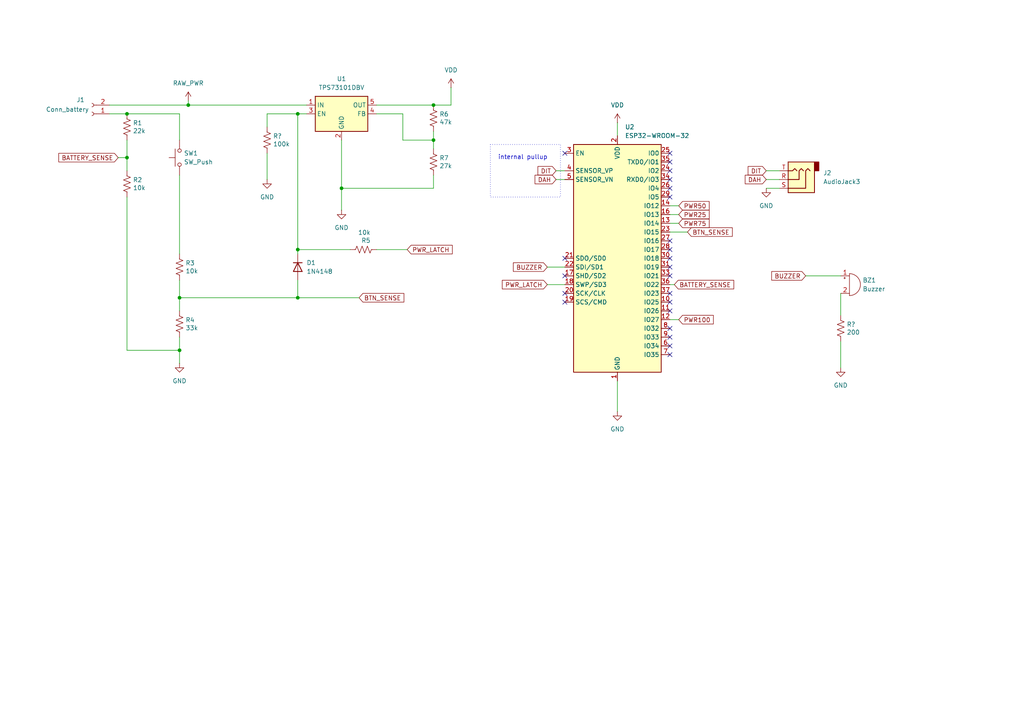
<source format=kicad_sch>
(kicad_sch (version 20231120) (generator "eeschema") (generator_version "8.0")
  (paper "A4")
  (lib_symbols
    (symbol "Connector:Conn_01x02_Socket" (pin_names (offset 1.016) hide)
      (property "Reference" "J" (at 0 2.54 0))
      (property "Value" "Conn_01x02_Socket" (at 0 -5.08 0))
      (symbol "Conn_01x02_Socket_1_1"
        (arc (start 0 -2.032) (mid -0.5058 -2.54) (end 0 -3.048) (stroke (width 0.1524)))
        (polyline (pts (xy -1.27 -2.54) (xy -0.508 -2.54)) (stroke (width 0.1524)))
        (polyline (pts (xy -1.27 0) (xy -0.508 0)) (stroke (width 0.1524)))
        (arc (start 0 0.508) (mid -0.5058 0) (end 0 -0.508) (stroke (width 0.1524)))
        (pin passive line (at -5.08 0 0) (length 3.81) (name "Pin_1") (number "1"))
        (pin passive line (at -5.08 -2.54 0) (length 3.81) (name "Pin_2") (number "2"))
      )
    )
    (symbol "Connector_Audio:AudioJack3"
      (property "Reference" "J" (at 0 8.89 0))
      (property "Value" "AudioJack3" (at 0 6.35 0))
      (symbol "AudioJack3_0_1"
        (rectangle (start -5.08 -5.08) (end -6.35 -2.54) (stroke (width 0.254)) (fill (type outline)))
        (polyline (pts (xy 0 -2.54) (xy 0.635 -3.175) (xy 1.27 -2.54) (xy 2.54 -2.54)) (stroke (width 0.254)))
        (polyline (pts (xy -1.905 -2.54) (xy -1.27 -3.175) (xy -0.635 -2.54) (xy -0.635 0) (xy 2.54 0)) (stroke (width 0.254)))
        (polyline (pts (xy 2.54 2.54) (xy -2.54 2.54) (xy -2.54 -2.54) (xy -3.175 -3.175) (xy -3.81 -2.54)) (stroke (width 0.254)))
        (rectangle (start 2.54 3.81) (end -5.08 -5.08) (stroke (width 0.254)) (fill (type background)))
      )
      (symbol "AudioJack3_1_1"
        (pin passive line (at 5.08 0 180) (length 2.54) (name "~") (number "R"))
        (pin passive line (at 5.08 2.54 180) (length 2.54) (name "~") (number "S"))
        (pin passive line (at 5.08 -2.54 180) (length 2.54) (name "~") (number "T"))
      )
    )
    (symbol "Device:Buzzer" (pin_names (offset 0.0254) hide)
      (property "Reference" "BZ" (at 3.81 1.27 0))
      (property "Value" "Buzzer" (at 3.81 -1.27 0))
      (symbol "Buzzer_0_1"
        (arc (start 0 -3.175) (mid 3.1612 0) (end 0 3.175))
        (polyline (pts (xy -1.651 1.905) (xy -1.143 1.905)))
        (polyline (pts (xy -1.397 2.159) (xy -1.397 1.651)))
        (polyline (pts (xy 0 3.175) (xy 0 -3.175)))
      )
      (symbol "Buzzer_1_1"
        (pin passive line (at -2.54 2.54 0) (length 2.54) (name "+") (number "1"))
        (pin passive line (at -2.54 -2.54 0) (length 2.54) (name "-") (number "2"))
      )
    )
    (symbol "Device:R_US" (pin_numbers hide) (pin_names (offset 0))
      (property "Reference" "R" (at 2.54 0 90))
      (property "Value" "R_US" (at -2.54 0 90))
      (symbol "R_US_0_1"
        (polyline (pts (xy 0 -2.286) (xy 0 -2.54)))
        (polyline (pts (xy 0 2.286) (xy 0 2.54)))
        (polyline (pts (xy 0 -0.762) (xy 1.016 -1.143) (xy 0 -1.524) (xy -1.016 -1.905) (xy 0 -2.286)))
        (polyline (pts (xy 0 0.762) (xy 1.016 0.381) (xy 0 0) (xy -1.016 -0.381) (xy 0 -0.762)))
        (polyline (pts (xy 0 2.286) (xy 1.016 1.905) (xy 0 1.524) (xy -1.016 1.143) (xy 0 0.762)))
      )
      (symbol "R_US_1_1"
        (pin passive line (at 0 3.81 270) (length 1.27) (name "~") (number "1"))
        (pin passive line (at 0 -3.81 90) (length 1.27) (name "~") (number "2"))
      )
    )
    (symbol "Diode:1N4148" (pin_numbers hide) (pin_names hide)
      (property "Reference" "D" (at 0 2.54 0))
      (property "Value" "1N4148" (at 0 -2.54 0))
      (symbol "1N4148_0_1"
        (polyline (pts (xy -1.27 1.27) (xy -1.27 -1.27)) (stroke (width 0.254)))
        (polyline (pts (xy 1.27 0) (xy -1.27 0)))
        (polyline (pts (xy 1.27 1.27) (xy 1.27 -1.27) (xy -1.27 0) (xy 1.27 1.27)) (stroke (width 0.254)))
      )
      (symbol "1N4148_1_1"
        (pin passive line (at -3.81 0 0) (length 2.54) (name "K") (number "1"))
        (pin passive line (at 3.81 0 180) (length 2.54) (name "A") (number "2"))
      )
    )
    (symbol "RF_Module:ESP32-WROOM-32"
      (property "Reference" "U" (at -12.7 34.29 0))
      (property "Value" "ESP32-WROOM-32" (at 1.27 34.29 0))
      (symbol "ESP32-WROOM-32_0_1"
        (rectangle (start -12.7 33.02) (end 12.7 -33.02) (stroke (width 0.254)) (fill (type background)))
      )
      (symbol "ESP32-WROOM-32_1_1"
        (pin power_in line (at 0 -35.56 90) (length 2.54) (name "GND") (number "1"))
        (pin bidirectional line (at 15.24 -12.7 180) (length 2.54) (name "IO25") (number "10"))
        (pin bidirectional line (at 15.24 -15.24 180) (length 2.54) (name "IO26") (number "11"))
        (pin bidirectional line (at 15.24 -17.78 180) (length 2.54) (name "IO27") (number "12"))
        (pin bidirectional line (at 15.24 10.16 180) (length 2.54) (name "IO14") (number "13"))
        (pin bidirectional line (at 15.24 15.24 180) (length 2.54) (name "IO12") (number "14"))
        (pin passive line (at 0 -35.56 90) (length 2.54) hide (name "GND") (number "15"))
        (pin bidirectional line (at 15.24 12.7 180) (length 2.54) (name "IO13") (number "16"))
        (pin bidirectional line (at -15.24 -5.08 0) (length 2.54) (name "SHD/SD2") (number "17"))
        (pin bidirectional line (at -15.24 -7.62 0) (length 2.54) (name "SWP/SD3") (number "18"))
        (pin bidirectional line (at -15.24 -12.7 0) (length 2.54) (name "SCS/CMD") (number "19"))
        (pin power_in line (at 0 35.56 270) (length 2.54) (name "VDD") (number "2"))
        (pin bidirectional line (at -15.24 -10.16 0) (length 2.54) (name "SCK/CLK") (number "20"))
        (pin bidirectional line (at -15.24 0 0) (length 2.54) (name "SDO/SD0") (number "21"))
        (pin bidirectional line (at -15.24 -2.54 0) (length 2.54) (name "SDI/SD1") (number "22"))
        (pin bidirectional line (at 15.24 7.62 180) (length 2.54) (name "IO15") (number "23"))
        (pin bidirectional line (at 15.24 25.4 180) (length 2.54) (name "IO2") (number "24"))
        (pin bidirectional line (at 15.24 30.48 180) (length 2.54) (name "IO0") (number "25"))
        (pin bidirectional line (at 15.24 20.32 180) (length 2.54) (name "IO4") (number "26"))
        (pin bidirectional line (at 15.24 5.08 180) (length 2.54) (name "IO16") (number "27"))
        (pin bidirectional line (at 15.24 2.54 180) (length 2.54) (name "IO17") (number "28"))
        (pin bidirectional line (at 15.24 17.78 180) (length 2.54) (name "IO5") (number "29"))
        (pin input line (at -15.24 30.48 0) (length 2.54) (name "EN") (number "3"))
        (pin bidirectional line (at 15.24 0 180) (length 2.54) (name "IO18") (number "30"))
        (pin bidirectional line (at 15.24 -2.54 180) (length 2.54) (name "IO19") (number "31"))
        (pin no_connect line (at -12.7 -27.94 0) (length 2.54) hide (name "NC") (number "32"))
        (pin bidirectional line (at 15.24 -5.08 180) (length 2.54) (name "IO21") (number "33"))
        (pin bidirectional line (at 15.24 22.86 180) (length 2.54) (name "RXD0/IO3") (number "34"))
        (pin bidirectional line (at 15.24 27.94 180) (length 2.54) (name "TXD0/IO1") (number "35"))
        (pin bidirectional line (at 15.24 -7.62 180) (length 2.54) (name "IO22") (number "36"))
        (pin bidirectional line (at 15.24 -10.16 180) (length 2.54) (name "IO23") (number "37"))
        (pin passive line (at 0 -35.56 90) (length 2.54) hide (name "GND") (number "38"))
        (pin passive line (at 0 -35.56 90) (length 2.54) hide (name "GND") (number "39"))
        (pin input line (at -15.24 25.4 0) (length 2.54) (name "SENSOR_VP") (number "4"))
        (pin input line (at -15.24 22.86 0) (length 2.54) (name "SENSOR_VN") (number "5"))
        (pin input line (at 15.24 -25.4 180) (length 2.54) (name "IO34") (number "6"))
        (pin input line (at 15.24 -27.94 180) (length 2.54) (name "IO35") (number "7"))
        (pin bidirectional line (at 15.24 -20.32 180) (length 2.54) (name "IO32") (number "8"))
        (pin bidirectional line (at 15.24 -22.86 180) (length 2.54) (name "IO33") (number "9"))
      )
    )
    (symbol "Regulator_Linear:TPS73101DBV"
      (property "Reference" "U" (at -6.35 6.35 0))
      (property "Value" "TPS73101DBV" (at 0 6.35 0))
      (symbol "TPS73101DBV_0_1"
        (rectangle (start -7.62 -5.08) (end 7.62 5.08) (stroke (width 0.254)) (fill (type background)))
      )
      (symbol "TPS73101DBV_1_1"
        (pin power_in line (at -10.16 2.54 0) (length 2.54) (name "IN") (number "1"))
        (pin power_in line (at 0 -7.62 90) (length 2.54) (name "GND") (number "2"))
        (pin input line (at -10.16 0 0) (length 2.54) (name "EN") (number "3"))
        (pin input line (at 10.16 0 180) (length 2.54) (name "FB") (number "4"))
        (pin power_out line (at 10.16 2.54 180) (length 2.54) (name "OUT") (number "5"))
      )
    )
    (symbol "Switch:SW_Push" (pin_numbers hide) (pin_names (offset 1.016) hide)
      (property "Reference" "SW" (at 1.27 2.54 0))
      (property "Value" "SW_Push" (at 0 -1.524 0))
      (symbol "SW_Push_0_1"
        (circle (center -2.032 0) (radius 0.508))
        (polyline (pts (xy 0 1.27) (xy 0 3.048)))
        (polyline (pts (xy 2.54 1.27) (xy -2.54 1.27)))
        (circle (center 2.032 0) (radius 0.508))
        (pin passive line (at -5.08 0 0) (length 2.54) (name "1") (number "1"))
        (pin passive line (at 5.08 0 180) (length 2.54) (name "2") (number "2"))
      )
    )
    (symbol "power:GND" (power) (pin_numbers hide) (pin_names (offset 0) hide)
      (property "Value" "GND" (at 0 -3.81 0))
      (symbol "GND_0_1"
        (polyline (pts (xy 0 0) (xy 0 -1.27) (xy 1.27 -1.27) (xy 0 -2.54) (xy -1.27 -1.27) (xy 0 -1.27)))
      )
      (symbol "GND_1_1"
        (pin power_in line (at 0 0 270) (length 0) (name "~") (number "1"))
      )
    )
    (symbol "power:VCC" (power) (pin_numbers hide) (pin_names (offset 0) hide)
      (property "Value" "VCC" (at 0 3.556 0))
      (symbol "VCC_0_1"
        (polyline (pts (xy -0.762 1.27) (xy 0 2.54)))
        (polyline (pts (xy 0 0) (xy 0 2.54)))
        (polyline (pts (xy 0 2.54) (xy 0.762 1.27)))
      )
      (symbol "VCC_1_1"
        (pin power_in line (at 0 0 90) (length 0) (name "~") (number "1"))
      )
    )
  )
  (junction (at 52.07 86.36))
  (junction (at 125.73 30.48))
  (junction (at 86.36 33.02))
  (junction (at 125.73 40.64))
  (junction (at 54.61 30.48))
  (junction (at 86.36 86.36))
  (junction (at 86.36 72.39))
  (junction (at 36.83 45.72))
  (junction (at 36.83 33.02))
  (junction (at 52.07 101.6))
  (junction (at 99.06 54.61))
  (no_connect (at 194.31 100.33))
  (no_connect (at 194.31 74.93))
  (no_connect (at 194.31 44.45))
  (no_connect (at 194.31 97.79))
  (no_connect (at 194.31 85.09))
  (no_connect (at 194.31 95.25))
  (no_connect (at 194.31 77.47))
  (no_connect (at 194.31 87.63))
  (no_connect (at 194.31 80.01))
  (no_connect (at 194.31 102.87))
  (no_connect (at 194.31 72.39))
  (no_connect (at 163.83 80.01))
  (no_connect (at 194.31 90.17))
  (no_connect (at 194.31 57.15))
  (no_connect (at 194.31 54.61))
  (no_connect (at 163.83 87.63))
  (no_connect (at 194.31 49.53))
  (no_connect (at 194.31 52.07))
  (no_connect (at 163.83 85.09))
  (no_connect (at 163.83 74.93))
  (no_connect (at 194.31 69.85))
  (no_connect (at 163.83 44.45))
  (no_connect (at 194.31 46.99))
  (wire (pts (xy 99.06 54.61) (xy 99.06 40.64)))
  (wire (pts (xy 233.68 80.01) (xy 243.84 80.01)))
  (wire (pts (xy 52.07 90.17) (xy 52.07 86.36)))
  (wire (pts (xy 86.36 72.39) (xy 101.6 72.39)))
  (wire (pts (xy 36.83 101.6) (xy 52.07 101.6)))
  (wire (pts (xy 31.75 33.02) (xy 36.83 33.02)))
  (wire (pts (xy 52.07 33.02) (xy 52.07 40.64)))
  (wire (pts (xy 36.83 57.15) (xy 36.83 101.6)))
  (wire (pts (xy 52.07 97.79) (xy 52.07 101.6)))
  (wire (pts (xy 109.22 72.39) (xy 118.11 72.39)))
  (wire (pts (xy 36.83 33.02) (xy 52.07 33.02)))
  (wire (pts (xy 163.83 82.55) (xy 158.75 82.55)))
  (wire (pts (xy 77.47 36.83) (xy 77.47 33.02)))
  (wire (pts (xy 88.9 33.02) (xy 86.36 33.02)))
  (wire (pts (xy 109.22 30.48) (xy 125.73 30.48)))
  (wire (pts (xy 161.29 52.07) (xy 163.83 52.07)))
  (wire (pts (xy 125.73 38.1) (xy 125.73 40.64)))
  (wire (pts (xy 86.36 81.28) (xy 86.36 86.36)))
  (wire (pts (xy 34.29 45.72) (xy 36.83 45.72)))
  (wire (pts (xy 52.07 86.36) (xy 86.36 86.36)))
  (wire (pts (xy 52.07 50.8) (xy 52.07 73.66)))
  (wire (pts (xy 158.75 77.47) (xy 163.83 77.47)))
  (wire (pts (xy 52.07 101.6) (xy 52.07 105.41)))
  (wire (pts (xy 194.31 59.69) (xy 196.85 59.69)))
  (wire (pts (xy 179.07 35.56) (xy 179.07 39.37)))
  (wire (pts (xy 125.73 54.61) (xy 99.06 54.61)))
  (wire (pts (xy 125.73 50.8) (xy 125.73 54.61)))
  (wire (pts (xy 109.22 33.02) (xy 116.84 33.02)))
  (wire (pts (xy 31.75 30.48) (xy 54.61 30.48)))
  (wire (pts (xy 194.31 62.23) (xy 196.85 62.23)))
  (wire (pts (xy 243.84 91.44) (xy 243.84 85.09)))
  (wire (pts (xy 52.07 86.36) (xy 52.07 81.28)))
  (wire (pts (xy 194.31 64.77) (xy 196.85 64.77)))
  (wire (pts (xy 125.73 30.48) (xy 130.81 30.48)))
  (wire (pts (xy 86.36 33.02) (xy 86.36 72.39)))
  (wire (pts (xy 194.31 67.31) (xy 199.39 67.31)))
  (wire (pts (xy 116.84 40.64) (xy 125.73 40.64)))
  (wire (pts (xy 36.83 40.64) (xy 36.83 45.72)))
  (wire (pts (xy 86.36 72.39) (xy 86.36 73.66)))
  (wire (pts (xy 194.31 92.71) (xy 196.85 92.71)))
  (wire (pts (xy 130.81 25.4) (xy 130.81 30.48)))
  (wire (pts (xy 222.25 52.07) (xy 226.06 52.07)))
  (wire (pts (xy 36.83 45.72) (xy 36.83 49.53)))
  (wire (pts (xy 161.29 49.53) (xy 163.83 49.53)))
  (wire (pts (xy 77.47 33.02) (xy 86.36 33.02)))
  (wire (pts (xy 99.06 60.96) (xy 99.06 54.61)))
  (wire (pts (xy 222.25 49.53) (xy 226.06 49.53)))
  (wire (pts (xy 243.84 99.06) (xy 243.84 106.68)))
  (wire (pts (xy 54.61 29.21) (xy 54.61 30.48)))
  (wire (pts (xy 86.36 86.36) (xy 104.14 86.36)))
  (wire (pts (xy 54.61 30.48) (xy 88.9 30.48)))
  (wire (pts (xy 116.84 33.02) (xy 116.84 40.64)))
  (wire (pts (xy 179.07 110.49) (xy 179.07 119.38)))
  (wire (pts (xy 222.25 54.61) (xy 226.06 54.61)))
  (wire (pts (xy 77.47 44.45) (xy 77.47 52.07)))
  (wire (pts (xy 125.73 40.64) (xy 125.73 43.18)))
  (wire (pts (xy 194.31 82.55) (xy 195.58 82.55)))
  (rectangle (start 142.24 41.91) (end 162.56 57.15) (stroke (width 0) (type dot)))
  (text "internal pullup" (at 151.638 45.72 0) (effects (font (size 1.27 1.27))))
  (global_label "DIT" (shape input) (at 222.25 49.53 180) (property "Intersheetrefs" "${INTERSHEET_REFS}" (effects (hide yes))))
  (global_label "DIT" (shape input) (at 161.29 49.53 180) (property "Intersheetrefs" "${INTERSHEET_REFS}" (effects (hide yes))))
  (global_label "PWR50" (shape input) (at 196.85 59.69 0) (property "Intersheetrefs" "${INTERSHEET_REFS}" (effects (hide yes))))
  (global_label "PWR75" (shape input) (at 196.85 64.77 0) (property "Intersheetrefs" "${INTERSHEET_REFS}" (effects (hide yes))))
  (global_label "PWR_LATCH" (shape input) (at 118.11 72.39 0) (property "Intersheetrefs" "${INTERSHEET_REFS}" (effects (hide yes))))
  (global_label "BTN_SENSE" (shape input) (at 199.39 67.31 0) (property "Intersheetrefs" "${INTERSHEET_REFS}" (effects (hide yes))))
  (global_label "BUZZER" (shape input) (at 233.68 80.01 180) (property "Intersheetrefs" "${INTERSHEET_REFS}" (effects (hide yes))))
  (global_label "BATTERY_SENSE" (shape input) (at 34.29 45.72 180) (property "Intersheetrefs" "${INTERSHEET_REFS}" (effects (hide yes))))
  (global_label "BUZZER" (shape input) (at 158.75 77.47 180) (property "Intersheetrefs" "${INTERSHEET_REFS}" (effects (hide yes))))
  (global_label "BATTERY_SENSE" (shape input) (at 195.58 82.55 0) (property "Intersheetrefs" "${INTERSHEET_REFS}" (effects (hide yes))))
  (global_label "DAH" (shape input) (at 161.29 52.07 180) (property "Intersheetrefs" "${INTERSHEET_REFS}" (effects (hide yes))))
  (global_label "PWR_LATCH" (shape input) (at 158.75 82.55 180) (property "Intersheetrefs" "${INTERSHEET_REFS}" (effects (hide yes))))
  (global_label "DAH" (shape input) (at 222.25 52.07 180) (property "Intersheetrefs" "${INTERSHEET_REFS}" (effects (hide yes))))
  (global_label "PWR100" (shape input) (at 196.85 92.71 0) (property "Intersheetrefs" "${INTERSHEET_REFS}" (effects (hide yes))))
  (global_label "PWR25" (shape input) (at 196.85 62.23 0) (property "Intersheetrefs" "${INTERSHEET_REFS}" (effects (hide yes))))
  (global_label "BTN_SENSE" (shape input) (at 104.14 86.36 0) (property "Intersheetrefs" "${INTERSHEET_REFS}" (effects (hide yes))))
  (symbol (lib_id "Device:R_US") (at 125.73 46.99 0) (unit 1)
    (property "Reference" "R7" (at 127.4572 45.8216 0) (effects (justify left)))
    (property "Value" "27k" (at 127.4572 48.133 0) (effects (justify left)))
    (property "Footprint" "Resistor_SMD:R_0805_2012Metric" (effects (hide yes)))
  )
  (symbol (lib_id "power:VCC") (at 130.81 25.4 0) (unit 1)
    (property "Reference" "#PWR01" (effects (hide yes)))
    (property "Value" "VDD" (at 130.81 20.32 0))
    (property "Description" "Power symbol creates a global label with name \"VCC\"" (effects (hide yes)))
  )
  (symbol (lib_id "Regulator_Linear:TPS73101DBV") (at 99.06 33.02 0) (unit 1)
    (property "Reference" "U1" (at 99.06 22.86 0))
    (property "Value" "TPS73101DBV" (at 99.06 25.4 0))
    (property "Footprint" "Package_TO_SOT_SMD:SOT-23-5" (effects (hide yes)))
    (property "Datasheet" "http://www.ti.com/lit/ds/symlink/tps731.pdf" (effects (hide yes)))
    (property "Description" "Cap free NMOS 150mA Low Drop Adjustable Out Regulator, SOT-23-5" (effects (hide yes)))
  )
  (symbol (lib_id "power:GND") (at 77.47 52.07 0) (unit 1)
    (property "Reference" "#PWR05" (effects (hide yes)))
    (property "Value" "GND" (at 77.47 57.15 0))
    (property "Description" "Power symbol creates a global label with name \"GND\" , ground" (effects (hide yes)))
  )
  (symbol (lib_id "power:GND") (at 179.07 119.38 0) (unit 1)
    (property "Reference" "#PWR07" (effects (hide yes)))
    (property "Value" "GND" (at 179.07 124.46 0))
    (property "Description" "Power symbol creates a global label with name \"GND\" , ground" (effects (hide yes)))
  )
  (symbol (lib_id "Device:R_US") (at 36.83 53.34 0) (unit 1)
    (property "Reference" "R2" (at 38.5572 52.1716 0) (effects (justify left)))
    (property "Value" "10k" (at 38.5572 54.483 0) (effects (justify left)))
    (property "Footprint" "Resistor_SMD:R_0805_2012Metric" (effects (hide yes)))
  )
  (symbol (lib_id "Device:R_US") (at 52.07 77.47 0) (unit 1)
    (property "Reference" "R3" (at 53.7972 76.3016 0) (effects (justify left)))
    (property "Value" "10k" (at 53.7972 78.613 0) (effects (justify left)))
    (property "Footprint" "Resistor_SMD:R_0805_2012Metric" (effects (hide yes)))
  )
  (symbol (lib_id "Device:R_US") (at 36.83 36.83 0) (unit 1)
    (property "Reference" "R1" (at 38.5572 35.6616 0) (effects (justify left)))
    (property "Value" "22k" (at 38.5572 37.973 0) (effects (justify left)))
    (property "Footprint" "Resistor_SMD:R_0805_2012Metric" (effects (hide yes)))
  )
  (symbol (lib_id "Device:R_US") (at 105.41 72.39 90) (unit 1)
    (property "Reference" "R5" (at 107.4928 69.7484 90) (effects (justify left)))
    (property "Value" "10k" (at 107.4928 67.437 90) (effects (justify left)))
    (property "Footprint" "Resistor_SMD:R_0805_2012Metric" (effects (hide yes)))
  )
  (symbol (lib_id "Device:R_US") (at 77.47 40.64 0) (unit 1)
    (property "Reference" "R?" (at 79.1972 39.4716 0) (effects (justify left)))
    (property "Value" "100k" (at 79.1972 41.783 0) (effects (justify left)))
    (property "Footprint" "Resistor_SMD:R_0805_2012Metric" (effects (hide yes)))
  )
  (symbol (lib_id "Diode:1N4148") (at 86.36 77.47 270) (unit 1)
    (property "Reference" "D1" (at 88.9 76.1999 90) (effects (justify left)))
    (property "Value" "1N4148" (at 88.9 78.7399 90) (effects (justify left)))
    (property "Footprint" "Diode_THT:D_DO-35_SOD27_P7.62mm_Horizontal" (effects (hide yes)))
    (property "Datasheet" "https://assets.nexperia.com/documents/data-sheet/1N4148_1N4448.pdf" (effects (hide yes)))
    (property "Description" "100V 0.15A standard switching diode, DO-35" (effects (hide yes)))
    (property "Sim.Device" "D" (effects (hide yes)))
    (property "Sim.Pins" "1=K 2=A" (effects (hide yes)))
  )
  (symbol (lib_id "power:GND") (at 99.06 60.96 0) (unit 1)
    (property "Reference" "#PWR02" (effects (hide yes)))
    (property "Value" "GND" (at 99.06 66.04 0))
    (property "Description" "Power symbol creates a global label with name \"GND\" , ground" (effects (hide yes)))
  )
  (symbol (lib_id "Device:Buzzer") (at 246.38 82.55 0) (unit 1)
    (property "Reference" "BZ1" (at 250.19 81.2799 0) (effects (justify left)))
    (property "Value" "Buzzer" (at 250.19 83.8199 0) (effects (justify left)))
    (property "Description" "Buzzer, polarized" (effects (hide yes)))
  )
  (symbol (lib_id "RF_Module:ESP32-WROOM-32") (at 179.07 74.93 0) (unit 1)
    (property "Reference" "U2" (at 181.2641 36.83 0) (effects (justify left)))
    (property "Value" "ESP32-WROOM-32" (at 181.2641 39.37 0) (effects (justify left)))
    (property "Footprint" "RF_Module:ESP32-C3-WROOM-02U" (effects (hide yes)))
    (property "Datasheet" "https://www.espressif.com/sites/default/files/documentation/esp32-wroom-32_datasheet_en.pdf" (effects (hide yes)))
    (property "Description" "RF Module, ESP32-D0WDQ6 SoC, Wi-Fi 802.11b/g/n, Bluetooth, BLE, 32-bit, 2.7-3.6V, onboard antenna, SMD" (effects (hide yes)))
  )
  (symbol (lib_id "Switch:SW_Push") (at 52.07 45.72 90) (unit 1)
    (property "Reference" "SW1" (at 53.34 44.4499 90) (effects (justify right)))
    (property "Value" "SW_Push" (at 53.34 46.9899 90) (effects (justify right)))
    (property "Description" "Push button switch, generic, two pins" (effects (hide yes)))
  )
  (symbol (lib_id "Connector:Conn_01x02_Socket") (at 26.67 33.02 180) (unit 1)
    (property "Reference" "J1" (at 23.368 28.956 0))
    (property "Value" "Conn_battery" (at 19.558 31.75 0))
    (property "Description" "Generic connector, single row, 01x02, script generated" (effects (hide yes)))
  )
  (symbol (lib_id "power:VCC") (at 179.07 35.56 0) (unit 1)
    (property "Reference" "#PWR06" (effects (hide yes)))
    (property "Value" "VDD" (at 179.07 30.48 0))
    (property "Description" "Power symbol creates a global label with name \"VCC\"" (effects (hide yes)))
  )
  (symbol (lib_id "power:GND") (at 52.07 105.41 0) (unit 1)
    (property "Reference" "#PWR04" (effects (hide yes)))
    (property "Value" "GND" (at 52.07 110.49 0))
    (property "Description" "Power symbol creates a global label with name \"GND\" , ground" (effects (hide yes)))
  )
  (symbol (lib_id "Device:R_US") (at 52.07 93.98 0) (unit 1)
    (property "Reference" "R4" (at 53.7972 92.8116 0) (effects (justify left)))
    (property "Value" "33k" (at 53.7972 95.123 0) (effects (justify left)))
    (property "Footprint" "Resistor_SMD:R_0805_2012Metric" (effects (hide yes)))
  )
  (symbol (lib_id "Device:R_US") (at 243.84 95.25 0) (unit 1)
    (property "Reference" "R?" (at 245.5672 94.0816 0) (effects (justify left)))
    (property "Value" "200" (at 245.5672 96.393 0) (effects (justify left)))
    (property "Footprint" "Resistor_SMD:R_0805_2012Metric" (effects (hide yes)))
  )
  (symbol (lib_id "Connector_Audio:AudioJack3") (at 231.14 52.07 180) (unit 1)
    (property "Reference" "J2" (at 238.76 50.1649 0) (effects (justify right)))
    (property "Value" "AudioJack3" (at 238.76 52.7049 0) (effects (justify right)))
    (property "Description" "Audio Jack, 3 Poles (Stereo / TRS)" (effects (hide yes)))
  )
  (symbol (lib_id "power:VCC") (at 54.61 29.21 0) (unit 1)
    (property "Reference" "#PWR03" (effects (hide yes)))
    (property "Value" "RAW_PWR" (at 54.61 24.13 0))
    (property "Description" "Power symbol creates a global label with name \"VCC\"" (effects (hide yes)))
  )
  (symbol (lib_id "power:GND") (at 243.84 106.68 0) (unit 1)
    (property "Reference" "#PWR010" (effects (hide yes)))
    (property "Value" "GND" (at 243.84 111.76 0))
    (property "Description" "Power symbol creates a global label with name \"GND\" , ground" (effects (hide yes)))
  )
  (symbol (lib_id "Device:R_US") (at 125.73 34.29 0) (unit 1)
    (property "Reference" "R6" (at 127.4572 33.1216 0) (effects (justify left)))
    (property "Value" "47k" (at 127.4572 35.433 0) (effects (justify left)))
    (property "Footprint" "Resistor_SMD:R_0805_2012Metric" (effects (hide yes)))
  )
  (symbol (lib_id "power:GND") (at 222.25 54.61 0) (unit 1)
    (property "Reference" "#PWR09" (effects (hide yes)))
    (property "Value" "GND" (at 222.25 59.69 0))
    (property "Description" "Power symbol creates a global label with name \"GND\" , ground" (effects (hide yes)))
  )
)
</source>
